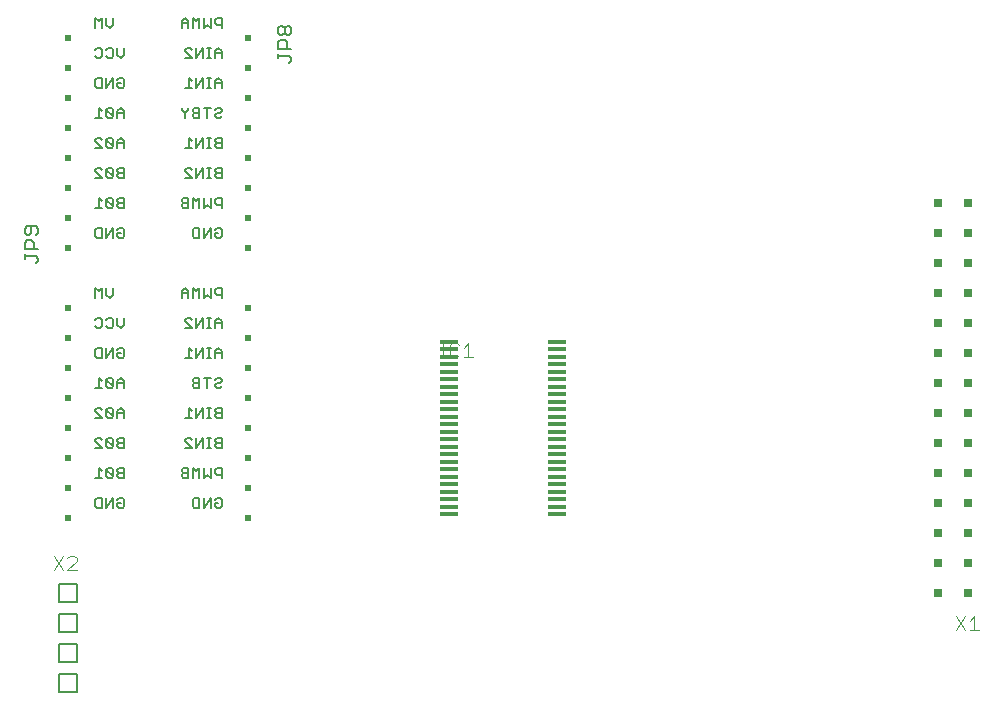
<source format=gbo>
G75*
G70*
%OFA0B0*%
%FSLAX24Y24*%
%IPPOS*%
%LPD*%
%AMOC8*
5,1,8,0,0,1.08239X$1,22.5*
%
%ADD10C,0.0060*%
%ADD11C,0.0040*%
%ADD12R,0.0602X0.0138*%
%ADD13R,0.0276X0.0276*%
%ADD14C,0.0050*%
%ADD15R,0.0200X0.0200*%
%ADD16C,0.0080*%
D10*
X003068Y007430D02*
X003011Y007487D01*
X003011Y007714D01*
X003068Y007770D01*
X003238Y007770D01*
X003238Y007430D01*
X003068Y007430D01*
X003380Y007430D02*
X003380Y007770D01*
X003607Y007770D02*
X003380Y007430D01*
X003607Y007430D02*
X003607Y007770D01*
X003748Y007714D02*
X003805Y007770D01*
X003918Y007770D01*
X003975Y007714D01*
X003975Y007487D01*
X003918Y007430D01*
X003805Y007430D01*
X003748Y007487D01*
X003748Y007600D01*
X003862Y007600D01*
X003805Y008430D02*
X003975Y008430D01*
X003975Y008770D01*
X003805Y008770D01*
X003748Y008714D01*
X003748Y008657D01*
X003805Y008600D01*
X003975Y008600D01*
X003805Y008600D02*
X003748Y008543D01*
X003748Y008487D01*
X003805Y008430D01*
X003607Y008487D02*
X003380Y008714D01*
X003380Y008487D01*
X003436Y008430D01*
X003550Y008430D01*
X003607Y008487D01*
X003607Y008714D01*
X003550Y008770D01*
X003436Y008770D01*
X003380Y008714D01*
X003238Y008657D02*
X003125Y008770D01*
X003125Y008430D01*
X003238Y008430D02*
X003011Y008430D01*
X003011Y009430D02*
X003238Y009430D01*
X003011Y009657D01*
X003011Y009714D01*
X003068Y009770D01*
X003182Y009770D01*
X003238Y009714D01*
X003380Y009714D02*
X003607Y009487D01*
X003550Y009430D01*
X003436Y009430D01*
X003380Y009487D01*
X003380Y009714D01*
X003436Y009770D01*
X003550Y009770D01*
X003607Y009714D01*
X003607Y009487D01*
X003748Y009487D02*
X003805Y009430D01*
X003975Y009430D01*
X003975Y009770D01*
X003805Y009770D01*
X003748Y009714D01*
X003748Y009657D01*
X003805Y009600D01*
X003975Y009600D01*
X003805Y009600D02*
X003748Y009543D01*
X003748Y009487D01*
X003748Y010430D02*
X003748Y010657D01*
X003862Y010770D01*
X003975Y010657D01*
X003975Y010430D01*
X003975Y010600D02*
X003748Y010600D01*
X003607Y010487D02*
X003380Y010714D01*
X003380Y010487D01*
X003436Y010430D01*
X003550Y010430D01*
X003607Y010487D01*
X003607Y010714D01*
X003550Y010770D01*
X003436Y010770D01*
X003380Y010714D01*
X003238Y010714D02*
X003182Y010770D01*
X003068Y010770D01*
X003011Y010714D01*
X003011Y010657D01*
X003238Y010430D01*
X003011Y010430D01*
X003011Y011430D02*
X003238Y011430D01*
X003125Y011430D02*
X003125Y011770D01*
X003238Y011657D01*
X003380Y011714D02*
X003607Y011487D01*
X003550Y011430D01*
X003436Y011430D01*
X003380Y011487D01*
X003380Y011714D01*
X003436Y011770D01*
X003550Y011770D01*
X003607Y011714D01*
X003607Y011487D01*
X003748Y011430D02*
X003748Y011657D01*
X003862Y011770D01*
X003975Y011657D01*
X003975Y011430D01*
X003975Y011600D02*
X003748Y011600D01*
X003805Y012430D02*
X003748Y012487D01*
X003748Y012600D01*
X003862Y012600D01*
X003975Y012487D02*
X003975Y012714D01*
X003918Y012770D01*
X003805Y012770D01*
X003748Y012714D01*
X003607Y012770D02*
X003380Y012430D01*
X003380Y012770D01*
X003238Y012770D02*
X003238Y012430D01*
X003068Y012430D01*
X003011Y012487D01*
X003011Y012714D01*
X003068Y012770D01*
X003238Y012770D01*
X003607Y012770D02*
X003607Y012430D01*
X003805Y012430D02*
X003918Y012430D01*
X003975Y012487D01*
X003862Y013430D02*
X003748Y013543D01*
X003748Y013770D01*
X003607Y013714D02*
X003607Y013487D01*
X003550Y013430D01*
X003436Y013430D01*
X003380Y013487D01*
X003238Y013487D02*
X003238Y013714D01*
X003182Y013770D01*
X003068Y013770D01*
X003011Y013714D01*
X003011Y013487D02*
X003068Y013430D01*
X003182Y013430D01*
X003238Y013487D01*
X003380Y013714D02*
X003436Y013770D01*
X003550Y013770D01*
X003607Y013714D01*
X003975Y013770D02*
X003975Y013543D01*
X003862Y013430D01*
X003493Y014430D02*
X003380Y014543D01*
X003380Y014770D01*
X003238Y014770D02*
X003238Y014430D01*
X003011Y014430D02*
X003011Y014770D01*
X003125Y014657D01*
X003238Y014770D01*
X003607Y014770D02*
X003607Y014543D01*
X003493Y014430D01*
X005888Y014430D02*
X005888Y014657D01*
X006002Y014770D01*
X006115Y014657D01*
X006115Y014430D01*
X006257Y014430D02*
X006257Y014770D01*
X006370Y014657D01*
X006483Y014770D01*
X006483Y014430D01*
X006625Y014430D02*
X006625Y014770D01*
X006852Y014770D02*
X006852Y014430D01*
X006738Y014543D01*
X006625Y014430D01*
X006993Y014600D02*
X007050Y014543D01*
X007220Y014543D01*
X007220Y014430D02*
X007220Y014770D01*
X007050Y014770D01*
X006993Y014714D01*
X006993Y014600D01*
X006115Y014600D02*
X005888Y014600D01*
X006068Y013770D02*
X006181Y013770D01*
X006238Y013714D01*
X006379Y013770D02*
X006379Y013430D01*
X006606Y013770D01*
X006606Y013430D01*
X006738Y013430D02*
X006852Y013430D01*
X006795Y013430D02*
X006795Y013770D01*
X006852Y013770D02*
X006738Y013770D01*
X006993Y013657D02*
X006993Y013430D01*
X006993Y013600D02*
X007220Y013600D01*
X007220Y013657D02*
X007107Y013770D01*
X006993Y013657D01*
X007220Y013657D02*
X007220Y013430D01*
X007107Y012770D02*
X006993Y012657D01*
X006993Y012430D01*
X006852Y012430D02*
X006738Y012430D01*
X006795Y012430D02*
X006795Y012770D01*
X006852Y012770D02*
X006738Y012770D01*
X006606Y012770D02*
X006379Y012430D01*
X006379Y012770D01*
X006238Y012657D02*
X006124Y012770D01*
X006124Y012430D01*
X006011Y012430D02*
X006238Y012430D01*
X006606Y012430D02*
X006606Y012770D01*
X006993Y012600D02*
X007220Y012600D01*
X007220Y012657D02*
X007107Y012770D01*
X007220Y012657D02*
X007220Y012430D01*
X007163Y011770D02*
X007220Y011714D01*
X007220Y011657D01*
X007163Y011600D01*
X007050Y011600D01*
X006993Y011543D01*
X006993Y011487D01*
X007050Y011430D01*
X007163Y011430D01*
X007220Y011487D01*
X007163Y011770D02*
X007050Y011770D01*
X006993Y011714D01*
X006852Y011770D02*
X006625Y011770D01*
X006738Y011770D02*
X006738Y011430D01*
X006483Y011430D02*
X006483Y011770D01*
X006313Y011770D01*
X006257Y011714D01*
X006257Y011657D01*
X006313Y011600D01*
X006483Y011600D01*
X006313Y011600D02*
X006257Y011543D01*
X006257Y011487D01*
X006313Y011430D01*
X006483Y011430D01*
X006379Y010770D02*
X006379Y010430D01*
X006606Y010770D01*
X006606Y010430D01*
X006738Y010430D02*
X006852Y010430D01*
X006795Y010430D02*
X006795Y010770D01*
X006852Y010770D02*
X006738Y010770D01*
X006993Y010714D02*
X006993Y010657D01*
X007050Y010600D01*
X007220Y010600D01*
X007220Y010430D02*
X007050Y010430D01*
X006993Y010487D01*
X006993Y010543D01*
X007050Y010600D01*
X006993Y010714D02*
X007050Y010770D01*
X007220Y010770D01*
X007220Y010430D01*
X007220Y009770D02*
X007050Y009770D01*
X006993Y009714D01*
X006993Y009657D01*
X007050Y009600D01*
X007220Y009600D01*
X007220Y009430D02*
X007050Y009430D01*
X006993Y009487D01*
X006993Y009543D01*
X007050Y009600D01*
X007220Y009430D02*
X007220Y009770D01*
X006852Y009770D02*
X006738Y009770D01*
X006795Y009770D02*
X006795Y009430D01*
X006852Y009430D02*
X006738Y009430D01*
X006606Y009430D02*
X006606Y009770D01*
X006379Y009430D01*
X006379Y009770D01*
X006238Y009714D02*
X006181Y009770D01*
X006068Y009770D01*
X006011Y009714D01*
X006011Y009657D01*
X006238Y009430D01*
X006011Y009430D01*
X005945Y008770D02*
X005888Y008714D01*
X005888Y008657D01*
X005945Y008600D01*
X006115Y008600D01*
X006115Y008430D02*
X005945Y008430D01*
X005888Y008487D01*
X005888Y008543D01*
X005945Y008600D01*
X005945Y008770D02*
X006115Y008770D01*
X006115Y008430D01*
X006257Y008430D02*
X006257Y008770D01*
X006370Y008657D01*
X006483Y008770D01*
X006483Y008430D01*
X006625Y008430D02*
X006625Y008770D01*
X006852Y008770D02*
X006852Y008430D01*
X006738Y008543D01*
X006625Y008430D01*
X006993Y008600D02*
X006993Y008714D01*
X007050Y008770D01*
X007220Y008770D01*
X007220Y008430D01*
X007220Y008543D02*
X007050Y008543D01*
X006993Y008600D01*
X007050Y007770D02*
X006993Y007714D01*
X007050Y007770D02*
X007163Y007770D01*
X007220Y007714D01*
X007220Y007487D01*
X007163Y007430D01*
X007050Y007430D01*
X006993Y007487D01*
X006993Y007600D01*
X007107Y007600D01*
X006852Y007430D02*
X006852Y007770D01*
X006625Y007430D01*
X006625Y007770D01*
X006483Y007770D02*
X006313Y007770D01*
X006257Y007714D01*
X006257Y007487D01*
X006313Y007430D01*
X006483Y007430D01*
X006483Y007770D01*
X006238Y010430D02*
X006011Y010430D01*
X006124Y010430D02*
X006124Y010770D01*
X006238Y010657D01*
X006238Y013430D02*
X006011Y013657D01*
X006011Y013714D01*
X006068Y013770D01*
X006011Y013430D02*
X006238Y013430D01*
X006313Y016430D02*
X006257Y016487D01*
X006257Y016714D01*
X006313Y016770D01*
X006483Y016770D01*
X006483Y016430D01*
X006313Y016430D01*
X006625Y016430D02*
X006625Y016770D01*
X006852Y016770D02*
X006625Y016430D01*
X006852Y016430D02*
X006852Y016770D01*
X006993Y016714D02*
X007050Y016770D01*
X007163Y016770D01*
X007220Y016714D01*
X007220Y016487D01*
X007163Y016430D01*
X007050Y016430D01*
X006993Y016487D01*
X006993Y016600D01*
X007107Y016600D01*
X007220Y017430D02*
X007220Y017770D01*
X007050Y017770D01*
X006993Y017714D01*
X006993Y017600D01*
X007050Y017543D01*
X007220Y017543D01*
X006852Y017430D02*
X006738Y017543D01*
X006625Y017430D01*
X006625Y017770D01*
X006483Y017770D02*
X006370Y017657D01*
X006257Y017770D01*
X006257Y017430D01*
X006115Y017430D02*
X005945Y017430D01*
X005888Y017487D01*
X005888Y017543D01*
X005945Y017600D01*
X006115Y017600D01*
X006115Y017430D02*
X006115Y017770D01*
X005945Y017770D01*
X005888Y017714D01*
X005888Y017657D01*
X005945Y017600D01*
X006483Y017430D02*
X006483Y017770D01*
X006852Y017770D02*
X006852Y017430D01*
X006852Y018430D02*
X006738Y018430D01*
X006795Y018430D02*
X006795Y018770D01*
X006852Y018770D02*
X006738Y018770D01*
X006606Y018770D02*
X006379Y018430D01*
X006379Y018770D01*
X006238Y018714D02*
X006181Y018770D01*
X006068Y018770D01*
X006011Y018714D01*
X006011Y018657D01*
X006238Y018430D01*
X006011Y018430D01*
X006606Y018430D02*
X006606Y018770D01*
X006993Y018714D02*
X006993Y018657D01*
X007050Y018600D01*
X007220Y018600D01*
X007220Y018430D02*
X007050Y018430D01*
X006993Y018487D01*
X006993Y018543D01*
X007050Y018600D01*
X006993Y018714D02*
X007050Y018770D01*
X007220Y018770D01*
X007220Y018430D01*
X007220Y019430D02*
X007050Y019430D01*
X006993Y019487D01*
X006993Y019543D01*
X007050Y019600D01*
X007220Y019600D01*
X007220Y019430D02*
X007220Y019770D01*
X007050Y019770D01*
X006993Y019714D01*
X006993Y019657D01*
X007050Y019600D01*
X006852Y019430D02*
X006738Y019430D01*
X006795Y019430D02*
X006795Y019770D01*
X006852Y019770D02*
X006738Y019770D01*
X006606Y019770D02*
X006379Y019430D01*
X006379Y019770D01*
X006238Y019657D02*
X006124Y019770D01*
X006124Y019430D01*
X006011Y019430D02*
X006238Y019430D01*
X006606Y019430D02*
X006606Y019770D01*
X006483Y020430D02*
X006313Y020430D01*
X006257Y020487D01*
X006257Y020543D01*
X006313Y020600D01*
X006483Y020600D01*
X006313Y020600D02*
X006257Y020657D01*
X006257Y020714D01*
X006313Y020770D01*
X006483Y020770D01*
X006483Y020430D01*
X006738Y020430D02*
X006738Y020770D01*
X006625Y020770D02*
X006852Y020770D01*
X006993Y020714D02*
X007050Y020770D01*
X007163Y020770D01*
X007220Y020714D01*
X007220Y020657D01*
X007163Y020600D01*
X007050Y020600D01*
X006993Y020543D01*
X006993Y020487D01*
X007050Y020430D01*
X007163Y020430D01*
X007220Y020487D01*
X006115Y020714D02*
X006002Y020600D01*
X006002Y020430D01*
X006002Y020600D02*
X005888Y020714D01*
X005888Y020770D01*
X006115Y020770D02*
X006115Y020714D01*
X006124Y021430D02*
X006124Y021770D01*
X006238Y021657D01*
X006379Y021770D02*
X006379Y021430D01*
X006606Y021770D01*
X006606Y021430D01*
X006738Y021430D02*
X006852Y021430D01*
X006795Y021430D02*
X006795Y021770D01*
X006852Y021770D02*
X006738Y021770D01*
X006993Y021657D02*
X006993Y021430D01*
X006993Y021600D02*
X007220Y021600D01*
X007220Y021657D02*
X007107Y021770D01*
X006993Y021657D01*
X007220Y021657D02*
X007220Y021430D01*
X006238Y021430D02*
X006011Y021430D01*
X006011Y022430D02*
X006238Y022430D01*
X006011Y022657D01*
X006011Y022714D01*
X006068Y022770D01*
X006181Y022770D01*
X006238Y022714D01*
X006379Y022770D02*
X006379Y022430D01*
X006606Y022770D01*
X006606Y022430D01*
X006738Y022430D02*
X006852Y022430D01*
X006795Y022430D02*
X006795Y022770D01*
X006852Y022770D02*
X006738Y022770D01*
X006993Y022657D02*
X006993Y022430D01*
X006993Y022600D02*
X007220Y022600D01*
X007220Y022657D02*
X007107Y022770D01*
X006993Y022657D01*
X007220Y022657D02*
X007220Y022430D01*
X007220Y023430D02*
X007220Y023770D01*
X007050Y023770D01*
X006993Y023714D01*
X006993Y023600D01*
X007050Y023543D01*
X007220Y023543D01*
X006852Y023430D02*
X006738Y023543D01*
X006625Y023430D01*
X006625Y023770D01*
X006483Y023770D02*
X006370Y023657D01*
X006257Y023770D01*
X006257Y023430D01*
X006115Y023430D02*
X006115Y023657D01*
X006002Y023770D01*
X005888Y023657D01*
X005888Y023430D01*
X005888Y023600D02*
X006115Y023600D01*
X006483Y023430D02*
X006483Y023770D01*
X006852Y023770D02*
X006852Y023430D01*
X003975Y022770D02*
X003975Y022543D01*
X003862Y022430D01*
X003748Y022543D01*
X003748Y022770D01*
X003607Y022714D02*
X003607Y022487D01*
X003550Y022430D01*
X003436Y022430D01*
X003380Y022487D01*
X003238Y022487D02*
X003182Y022430D01*
X003068Y022430D01*
X003011Y022487D01*
X003011Y022714D02*
X003068Y022770D01*
X003182Y022770D01*
X003238Y022714D01*
X003238Y022487D01*
X003380Y022714D02*
X003436Y022770D01*
X003550Y022770D01*
X003607Y022714D01*
X003493Y023430D02*
X003380Y023543D01*
X003380Y023770D01*
X003238Y023770D02*
X003125Y023657D01*
X003011Y023770D01*
X003011Y023430D01*
X003238Y023430D02*
X003238Y023770D01*
X003607Y023770D02*
X003607Y023543D01*
X003493Y023430D01*
X003380Y021770D02*
X003380Y021430D01*
X003607Y021770D01*
X003607Y021430D01*
X003748Y021487D02*
X003748Y021600D01*
X003862Y021600D01*
X003975Y021487D02*
X003918Y021430D01*
X003805Y021430D01*
X003748Y021487D01*
X003748Y021714D02*
X003805Y021770D01*
X003918Y021770D01*
X003975Y021714D01*
X003975Y021487D01*
X003238Y021430D02*
X003068Y021430D01*
X003011Y021487D01*
X003011Y021714D01*
X003068Y021770D01*
X003238Y021770D01*
X003238Y021430D01*
X003125Y020770D02*
X003125Y020430D01*
X003238Y020430D02*
X003011Y020430D01*
X003238Y020657D02*
X003125Y020770D01*
X003380Y020714D02*
X003607Y020487D01*
X003550Y020430D01*
X003436Y020430D01*
X003380Y020487D01*
X003380Y020714D01*
X003436Y020770D01*
X003550Y020770D01*
X003607Y020714D01*
X003607Y020487D01*
X003748Y020430D02*
X003748Y020657D01*
X003862Y020770D01*
X003975Y020657D01*
X003975Y020430D01*
X003975Y020600D02*
X003748Y020600D01*
X003862Y019770D02*
X003748Y019657D01*
X003748Y019430D01*
X003607Y019487D02*
X003380Y019714D01*
X003380Y019487D01*
X003436Y019430D01*
X003550Y019430D01*
X003607Y019487D01*
X003607Y019714D01*
X003550Y019770D01*
X003436Y019770D01*
X003380Y019714D01*
X003238Y019714D02*
X003182Y019770D01*
X003068Y019770D01*
X003011Y019714D01*
X003011Y019657D01*
X003238Y019430D01*
X003011Y019430D01*
X003068Y018770D02*
X003182Y018770D01*
X003238Y018714D01*
X003380Y018714D02*
X003607Y018487D01*
X003550Y018430D01*
X003436Y018430D01*
X003380Y018487D01*
X003380Y018714D01*
X003436Y018770D01*
X003550Y018770D01*
X003607Y018714D01*
X003607Y018487D01*
X003748Y018487D02*
X003748Y018543D01*
X003805Y018600D01*
X003975Y018600D01*
X003975Y018430D02*
X003805Y018430D01*
X003748Y018487D01*
X003805Y018600D02*
X003748Y018657D01*
X003748Y018714D01*
X003805Y018770D01*
X003975Y018770D01*
X003975Y018430D01*
X003238Y018430D02*
X003011Y018657D01*
X003011Y018714D01*
X003068Y018770D01*
X003011Y018430D02*
X003238Y018430D01*
X003125Y017770D02*
X003125Y017430D01*
X003238Y017430D02*
X003011Y017430D01*
X003238Y017657D02*
X003125Y017770D01*
X003380Y017714D02*
X003607Y017487D01*
X003550Y017430D01*
X003436Y017430D01*
X003380Y017487D01*
X003380Y017714D01*
X003436Y017770D01*
X003550Y017770D01*
X003607Y017714D01*
X003607Y017487D01*
X003748Y017487D02*
X003748Y017543D01*
X003805Y017600D01*
X003975Y017600D01*
X003975Y017430D02*
X003975Y017770D01*
X003805Y017770D01*
X003748Y017714D01*
X003748Y017657D01*
X003805Y017600D01*
X003748Y017487D02*
X003805Y017430D01*
X003975Y017430D01*
X003918Y016770D02*
X003975Y016714D01*
X003975Y016487D01*
X003918Y016430D01*
X003805Y016430D01*
X003748Y016487D01*
X003748Y016600D01*
X003862Y016600D01*
X003748Y016714D02*
X003805Y016770D01*
X003918Y016770D01*
X003607Y016770D02*
X003380Y016430D01*
X003380Y016770D01*
X003238Y016770D02*
X003238Y016430D01*
X003068Y016430D01*
X003011Y016487D01*
X003011Y016714D01*
X003068Y016770D01*
X003238Y016770D01*
X003607Y016770D02*
X003607Y016430D01*
X003975Y019430D02*
X003975Y019657D01*
X003862Y019770D01*
X003975Y019600D02*
X003748Y019600D01*
D11*
X014522Y012929D02*
X014675Y012929D01*
X014598Y012929D02*
X014598Y012468D01*
X014522Y012468D02*
X014675Y012468D01*
X014829Y012545D02*
X014905Y012468D01*
X015059Y012468D01*
X015135Y012545D01*
X015289Y012468D02*
X015596Y012468D01*
X015442Y012468D02*
X015442Y012929D01*
X015289Y012775D01*
X015135Y012852D02*
X015059Y012929D01*
X014905Y012929D01*
X014829Y012852D01*
X014829Y012545D01*
X002387Y005754D02*
X002387Y005677D01*
X002080Y005370D01*
X002387Y005370D01*
X001927Y005370D02*
X001620Y005830D01*
X001927Y005830D02*
X001620Y005370D01*
X002080Y005754D02*
X002157Y005830D01*
X002311Y005830D01*
X002387Y005754D01*
X031699Y003830D02*
X032006Y003370D01*
X032160Y003370D02*
X032467Y003370D01*
X032313Y003370D02*
X032313Y003830D01*
X032160Y003677D01*
X032006Y003830D02*
X031699Y003370D01*
D12*
X018397Y007225D03*
X018397Y007475D03*
X018397Y007725D03*
X018397Y007975D03*
X018397Y008225D03*
X018397Y008475D03*
X018397Y008725D03*
X018397Y008975D03*
X018397Y009225D03*
X018397Y009475D03*
X018397Y009725D03*
X018397Y009975D03*
X018397Y010225D03*
X018397Y010475D03*
X018397Y010725D03*
X018397Y010975D03*
X018397Y011225D03*
X018397Y011475D03*
X018397Y011725D03*
X018397Y011975D03*
X018397Y012225D03*
X018397Y012475D03*
X018397Y012725D03*
X018397Y012975D03*
X014803Y012975D03*
X014803Y012725D03*
X014803Y012475D03*
X014803Y012225D03*
X014803Y011975D03*
X014803Y011725D03*
X014803Y011475D03*
X014803Y011225D03*
X014803Y010975D03*
X014803Y010725D03*
X014803Y010475D03*
X014803Y010225D03*
X014803Y009975D03*
X014803Y009725D03*
X014803Y009475D03*
X014803Y009225D03*
X014803Y008975D03*
X014803Y008725D03*
X014803Y008475D03*
X014803Y008225D03*
X014803Y007975D03*
X014803Y007725D03*
X014803Y007475D03*
X014803Y007225D03*
D13*
X031100Y007600D03*
X032100Y007600D03*
X032100Y006600D03*
X031100Y006600D03*
X031100Y005600D03*
X032100Y005600D03*
X032100Y004600D03*
X031100Y004600D03*
X031100Y008600D03*
X032100Y008600D03*
X032100Y009600D03*
X031100Y009600D03*
X031100Y010600D03*
X032100Y010600D03*
X032100Y011600D03*
X031100Y011600D03*
X031100Y012600D03*
X032100Y012600D03*
X032100Y013600D03*
X031100Y013600D03*
X031100Y014600D03*
X032100Y014600D03*
X032100Y015600D03*
X031100Y015600D03*
X031100Y016600D03*
X032100Y016600D03*
X032100Y017600D03*
X031100Y017600D03*
D14*
X009545Y022349D02*
X009545Y022424D01*
X009470Y022499D01*
X009095Y022499D01*
X009095Y022424D02*
X009095Y022574D01*
X009095Y022734D02*
X009095Y022959D01*
X009170Y023034D01*
X009320Y023034D01*
X009395Y022959D01*
X009395Y022734D01*
X009545Y022734D02*
X009095Y022734D01*
X009170Y023195D02*
X009245Y023195D01*
X009320Y023270D01*
X009320Y023420D01*
X009395Y023495D01*
X009470Y023495D01*
X009545Y023420D01*
X009545Y023270D01*
X009470Y023195D01*
X009395Y023195D01*
X009320Y023270D01*
X009320Y023420D02*
X009245Y023495D01*
X009170Y023495D01*
X009095Y023420D01*
X009095Y023270D01*
X009170Y023195D01*
X009545Y022349D02*
X009470Y022274D01*
X001105Y016741D02*
X001030Y016816D01*
X000730Y016816D01*
X000655Y016741D01*
X000655Y016591D01*
X000730Y016516D01*
X000805Y016516D01*
X000880Y016591D01*
X000880Y016816D01*
X001105Y016741D02*
X001105Y016591D01*
X001030Y016516D01*
X000880Y016356D02*
X000955Y016281D01*
X000955Y016055D01*
X001105Y016055D02*
X000655Y016055D01*
X000655Y016281D01*
X000730Y016356D01*
X000880Y016356D01*
X000655Y015895D02*
X000655Y015745D01*
X000655Y015820D02*
X001030Y015820D01*
X001105Y015745D01*
X001105Y015670D01*
X001030Y015595D01*
D15*
X002100Y016100D03*
X002100Y017100D03*
X002100Y018100D03*
X002100Y019100D03*
X002100Y020100D03*
X002100Y021100D03*
X002100Y022100D03*
X002100Y023100D03*
X008100Y023100D03*
X008100Y022100D03*
X008100Y021100D03*
X008100Y020100D03*
X008100Y019100D03*
X008100Y018100D03*
X008100Y017100D03*
X008100Y016100D03*
X008100Y014100D03*
X008100Y013100D03*
X008100Y012100D03*
X008100Y011100D03*
X008100Y010100D03*
X008100Y009100D03*
X008100Y008100D03*
X008100Y007100D03*
X002100Y007100D03*
X002100Y008100D03*
X002100Y009100D03*
X002100Y010100D03*
X002100Y011100D03*
X002100Y012100D03*
X002100Y013100D03*
X002100Y014100D03*
D16*
X001807Y001893D02*
X001807Y001303D01*
X002397Y001303D01*
X002397Y001893D01*
X001807Y001893D01*
X001807Y002303D02*
X001807Y002893D01*
X002397Y002893D01*
X002397Y002303D01*
X001807Y002303D01*
X001807Y003303D02*
X001807Y003893D01*
X002397Y003893D01*
X002397Y003303D01*
X001807Y003303D01*
X001807Y004303D02*
X001807Y004893D01*
X002397Y004893D01*
X002397Y004303D01*
X001807Y004303D01*
M02*

</source>
